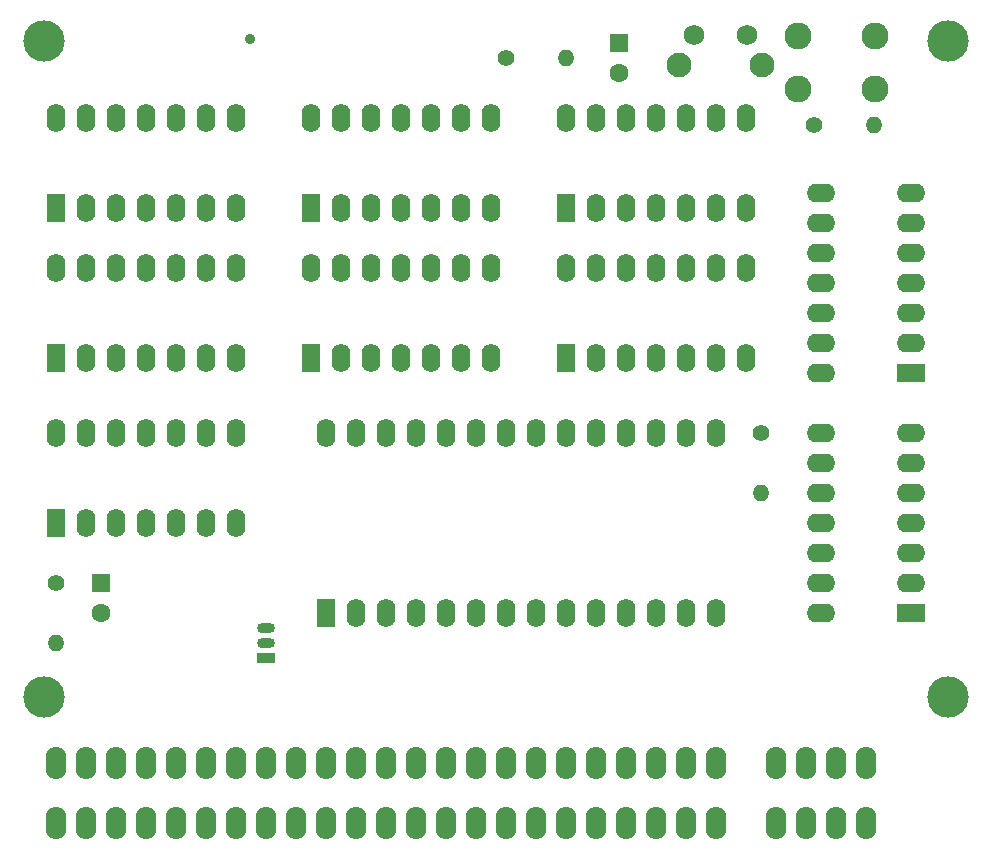
<source format=gts>
G04 #@! TF.FileFunction,Soldermask,Top*
%FSLAX46Y46*%
G04 Gerber Fmt 4.6, Leading zero omitted, Abs format (unit mm)*
G04 Created by KiCad (PCBNEW 4.0.7) date 12/12/18 23:49:00*
%MOMM*%
%LPD*%
G01*
G04 APERTURE LIST*
%ADD10C,0.100000*%
%ADD11R,1.600000X1.600000*%
%ADD12C,1.600000*%
%ADD13O,1.727200X2.800000*%
%ADD14O,1.500000X0.900000*%
%ADD15R,1.500000X0.900000*%
%ADD16C,1.400000*%
%ADD17O,1.400000X1.400000*%
%ADD18C,2.279600*%
%ADD19C,2.100000*%
%ADD20C,1.750000*%
%ADD21R,1.600000X2.400000*%
%ADD22O,1.600000X2.400000*%
%ADD23R,2.400000X1.600000*%
%ADD24O,2.400000X1.600000*%
%ADD25C,3.500000*%
%ADD26C,0.880000*%
G04 APERTURE END LIST*
D10*
D11*
X160655000Y-57150000D03*
D12*
X160655000Y-59650000D03*
D11*
X116840000Y-102870000D03*
D12*
X116840000Y-105370000D03*
D13*
X113030000Y-123190000D03*
X115570000Y-123190000D03*
X118110000Y-123190000D03*
X120650000Y-123190000D03*
X123190000Y-123190000D03*
X125730000Y-123190000D03*
X128270000Y-123190000D03*
X130810000Y-123190000D03*
X113030000Y-118110000D03*
X115570000Y-118110000D03*
X118110000Y-118110000D03*
X120650000Y-118110000D03*
X123190000Y-118110000D03*
X125730000Y-118110000D03*
X128270000Y-118110000D03*
X130810000Y-118110000D03*
X181610000Y-118110000D03*
X181610000Y-123190000D03*
X179070000Y-118110000D03*
X179070000Y-123190000D03*
X176530000Y-118110000D03*
X176530000Y-123190000D03*
X173990000Y-118110000D03*
X173990000Y-123190000D03*
X168910000Y-118110000D03*
X168910000Y-123190000D03*
X166370000Y-118110000D03*
X166370000Y-123190000D03*
X163830000Y-118110000D03*
X163830000Y-123190000D03*
X161290000Y-118110000D03*
X161290000Y-123190000D03*
X158750000Y-118110000D03*
X158750000Y-123190000D03*
X156210000Y-118110000D03*
X156210000Y-123190000D03*
X153670000Y-118110000D03*
X153670000Y-123190000D03*
X151130000Y-118110000D03*
X151130000Y-123190000D03*
X148590000Y-118110000D03*
X148590000Y-123190000D03*
X146050000Y-118110000D03*
X146050000Y-123190000D03*
X143510000Y-118110000D03*
X143510000Y-123190000D03*
X140970000Y-118110000D03*
X140970000Y-123190000D03*
X138430000Y-118110000D03*
X138430000Y-123190000D03*
X135890000Y-118110000D03*
X135890000Y-123190000D03*
X133350000Y-118110000D03*
X133350000Y-123190000D03*
D14*
X130810000Y-107950000D03*
X130810000Y-106680000D03*
D15*
X130810000Y-109220000D03*
D16*
X177165000Y-64135000D03*
D17*
X182245000Y-64135000D03*
D16*
X151130000Y-58420000D03*
D17*
X156210000Y-58420000D03*
D16*
X113030000Y-102870000D03*
D17*
X113030000Y-107950000D03*
D16*
X172720000Y-90170000D03*
D17*
X172720000Y-95250000D03*
D18*
X182321200Y-61061600D03*
X175818800Y-61061600D03*
X182321200Y-56540400D03*
X175818800Y-56540400D03*
D19*
X172765000Y-59005000D03*
D20*
X171505000Y-56515000D03*
X167005000Y-56515000D03*
D19*
X165755000Y-59005000D03*
D21*
X156210000Y-71120000D03*
D22*
X171450000Y-63500000D03*
X158750000Y-71120000D03*
X168910000Y-63500000D03*
X161290000Y-71120000D03*
X166370000Y-63500000D03*
X163830000Y-71120000D03*
X163830000Y-63500000D03*
X166370000Y-71120000D03*
X161290000Y-63500000D03*
X168910000Y-71120000D03*
X158750000Y-63500000D03*
X171450000Y-71120000D03*
X156210000Y-63500000D03*
D21*
X113030000Y-97790000D03*
D22*
X128270000Y-90170000D03*
X115570000Y-97790000D03*
X125730000Y-90170000D03*
X118110000Y-97790000D03*
X123190000Y-90170000D03*
X120650000Y-97790000D03*
X120650000Y-90170000D03*
X123190000Y-97790000D03*
X118110000Y-90170000D03*
X125730000Y-97790000D03*
X115570000Y-90170000D03*
X128270000Y-97790000D03*
X113030000Y-90170000D03*
D21*
X113030000Y-83820000D03*
D22*
X128270000Y-76200000D03*
X115570000Y-83820000D03*
X125730000Y-76200000D03*
X118110000Y-83820000D03*
X123190000Y-76200000D03*
X120650000Y-83820000D03*
X120650000Y-76200000D03*
X123190000Y-83820000D03*
X118110000Y-76200000D03*
X125730000Y-83820000D03*
X115570000Y-76200000D03*
X128270000Y-83820000D03*
X113030000Y-76200000D03*
D21*
X134620000Y-83820000D03*
D22*
X149860000Y-76200000D03*
X137160000Y-83820000D03*
X147320000Y-76200000D03*
X139700000Y-83820000D03*
X144780000Y-76200000D03*
X142240000Y-83820000D03*
X142240000Y-76200000D03*
X144780000Y-83820000D03*
X139700000Y-76200000D03*
X147320000Y-83820000D03*
X137160000Y-76200000D03*
X149860000Y-83820000D03*
X134620000Y-76200000D03*
D21*
X134620000Y-71120000D03*
D22*
X149860000Y-63500000D03*
X137160000Y-71120000D03*
X147320000Y-63500000D03*
X139700000Y-71120000D03*
X144780000Y-63500000D03*
X142240000Y-71120000D03*
X142240000Y-63500000D03*
X144780000Y-71120000D03*
X139700000Y-63500000D03*
X147320000Y-71120000D03*
X137160000Y-63500000D03*
X149860000Y-71120000D03*
X134620000Y-63500000D03*
D23*
X185420000Y-105410000D03*
D24*
X177800000Y-90170000D03*
X185420000Y-102870000D03*
X177800000Y-92710000D03*
X185420000Y-100330000D03*
X177800000Y-95250000D03*
X185420000Y-97790000D03*
X177800000Y-97790000D03*
X185420000Y-95250000D03*
X177800000Y-100330000D03*
X185420000Y-92710000D03*
X177800000Y-102870000D03*
X185420000Y-90170000D03*
X177800000Y-105410000D03*
D23*
X185420000Y-85090000D03*
D24*
X177800000Y-69850000D03*
X185420000Y-82550000D03*
X177800000Y-72390000D03*
X185420000Y-80010000D03*
X177800000Y-74930000D03*
X185420000Y-77470000D03*
X177800000Y-77470000D03*
X185420000Y-74930000D03*
X177800000Y-80010000D03*
X185420000Y-72390000D03*
X177800000Y-82550000D03*
X185420000Y-69850000D03*
X177800000Y-85090000D03*
D21*
X156210000Y-83820000D03*
D22*
X171450000Y-76200000D03*
X158750000Y-83820000D03*
X168910000Y-76200000D03*
X161290000Y-83820000D03*
X166370000Y-76200000D03*
X163830000Y-83820000D03*
X163830000Y-76200000D03*
X166370000Y-83820000D03*
X161290000Y-76200000D03*
X168910000Y-83820000D03*
X158750000Y-76200000D03*
X171450000Y-83820000D03*
X156210000Y-76200000D03*
D21*
X113030000Y-71120000D03*
D22*
X128270000Y-63500000D03*
X115570000Y-71120000D03*
X125730000Y-63500000D03*
X118110000Y-71120000D03*
X123190000Y-63500000D03*
X120650000Y-71120000D03*
X120650000Y-63500000D03*
X123190000Y-71120000D03*
X118110000Y-63500000D03*
X125730000Y-71120000D03*
X115570000Y-63500000D03*
X128270000Y-71120000D03*
X113030000Y-63500000D03*
D21*
X135890000Y-105410000D03*
D22*
X168910000Y-90170000D03*
X138430000Y-105410000D03*
X166370000Y-90170000D03*
X140970000Y-105410000D03*
X163830000Y-90170000D03*
X143510000Y-105410000D03*
X161290000Y-90170000D03*
X146050000Y-105410000D03*
X158750000Y-90170000D03*
X148590000Y-105410000D03*
X156210000Y-90170000D03*
X151130000Y-105410000D03*
X153670000Y-90170000D03*
X153670000Y-105410000D03*
X151130000Y-90170000D03*
X156210000Y-105410000D03*
X148590000Y-90170000D03*
X158750000Y-105410000D03*
X146050000Y-90170000D03*
X161290000Y-105410000D03*
X143510000Y-90170000D03*
X163830000Y-105410000D03*
X140970000Y-90170000D03*
X166370000Y-105410000D03*
X138430000Y-90170000D03*
X168910000Y-105410000D03*
X135890000Y-90170000D03*
D25*
X112000000Y-57000000D03*
X188500000Y-57000000D03*
X188500000Y-112500000D03*
X112000000Y-112500000D03*
D26*
X129402000Y-56803000D03*
M02*

</source>
